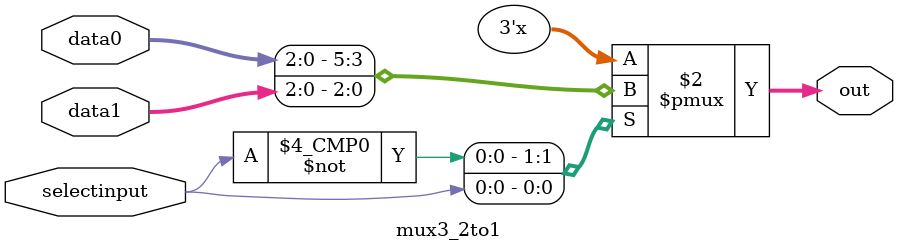
<source format=v>

module mux3_2to1(data0,data1,selectinput,out);
input [2:0] data0,data1;
input selectinput;
output reg [2:0] out;

always @(*)
begin
case (selectinput)
	0:
	out = data0;
	1:
	out = data1;
	default:
	out = data0;
endcase
end
endmodule

</source>
